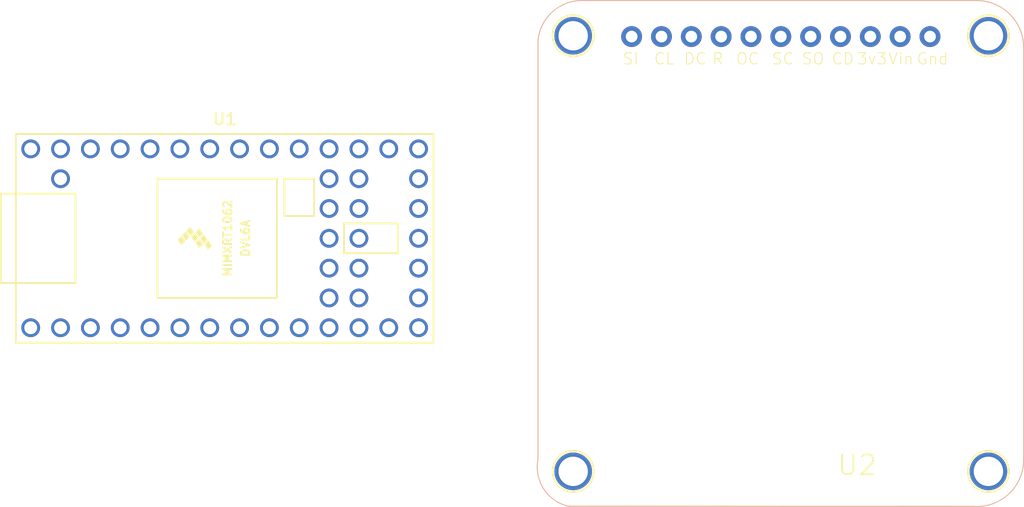
<source format=kicad_pcb>
(kicad_pcb (version 20200614) (host pcbnew "5.99.0-unknown-0dd34d1~88~ubuntu18.04.1")

  (general
    (thickness 1.6)
    (drawings 0)
    (tracks 0)
    (modules 2)
    (nets 54)
  )

  (paper "A4")
  (layers
    (0 "F.Cu" signal)
    (31 "B.Cu" signal)
    (32 "B.Adhes" user)
    (33 "F.Adhes" user)
    (34 "B.Paste" user)
    (35 "F.Paste" user)
    (36 "B.SilkS" user)
    (37 "F.SilkS" user)
    (38 "B.Mask" user)
    (39 "F.Mask" user)
    (40 "Dwgs.User" user)
    (41 "Cmts.User" user)
    (42 "Eco1.User" user)
    (43 "Eco2.User" user)
    (44 "Edge.Cuts" user)
    (45 "Margin" user)
    (46 "B.CrtYd" user)
    (47 "F.CrtYd" user)
    (48 "B.Fab" user)
    (49 "F.Fab" user)
  )

  (setup
    (last_trace_width 0.25)
    (trace_clearance 0.2)
    (zone_clearance 0.508)
    (zone_45_only no)
    (trace_min 0.2)
    (clearance_min 0)
    (via_min_annulus 0.05)
    (via_min_size 0.4)
    (through_hole_min 0.3)
    (hole_to_hole_min 0.25)
    (via_size 0.8)
    (via_drill 0.4)
    (uvia_size 0.3)
    (uvia_drill 0.1)
    (uvias_allowed no)
    (uvia_min_size 0.2)
    (uvia_min_drill 0.1)
    (max_error 0.005)
    (defaults
      (edge_clearance 0.01)
      (edge_cuts_line_width 0.05)
      (courtyard_line_width 0.05)
      (copper_line_width 0.2)
      (copper_text_dims (size 1.5 1.5) (thickness 0.3))
      (silk_line_width 0.12)
      (silk_text_dims (size 1 1) (thickness 0.15))
      (fab_layers_line_width 0.1)
      (fab_layers_text_dims (size 1 1) (thickness 0.15))
      (other_layers_line_width 0.1)
      (other_layers_text_dims (size 1 1) (thickness 0.15))
      (dimension_units 0)
      (dimension_precision 1)
    )
    (pad_size 1.524 1.524)
    (pad_drill 0.762)
    (pad_to_mask_clearance 0)
    (aux_axis_origin 0 0)
    (visible_elements FFFFFF7F)
    (pcbplotparams
      (layerselection 0x010fc_ffffffff)
      (usegerberextensions false)
      (usegerberattributes true)
      (usegerberadvancedattributes true)
      (creategerberjobfile true)
      (svguseinch false)
      (svgprecision 6)
      (excludeedgelayer true)
      (linewidth 0.100000)
      (plotframeref false)
      (viasonmask false)
      (mode 1)
      (useauxorigin false)
      (hpglpennumber 1)
      (hpglpenspeed 20)
      (hpglpendiameter 15.000000)
      (psnegative false)
      (psa4output false)
      (plotreference true)
      (plotvalue true)
      (plotinvisibletext false)
      (sketchpadsonfab false)
      (subtractmaskfromsilk false)
      (outputformat 1)
      (mirror false)
      (drillshape 1)
      (scaleselection 1)
      (outputdirectory "")
    )
  )

  (net 0 "")
  (net 1 "Net-(U1-Pad44)")
  (net 2 "Net-(U1-Pad43)")
  (net 3 "Net-(U1-Pad42)")
  (net 4 "Net-(U1-Pad41)")
  (net 5 "Net-(U1-Pad40)")
  (net 6 "Net-(U1-Pad39)")
  (net 7 "Net-(U1-Pad38)")
  (net 8 "Net-(U1-Pad37)")
  (net 9 "Net-(U1-Pad36)")
  (net 10 "Net-(U1-Pad35)")
  (net 11 "Net-(U1-Pad1)")
  (net 12 "Net-(U1-Pad2)")
  (net 13 "Net-(U1-Pad3)")
  (net 14 "Net-(U1-Pad4)")
  (net 15 "Net-(U1-Pad5)")
  (net 16 "Net-(U1-Pad6)")
  (net 17 "Net-(U1-Pad7)")
  (net 18 "Net-(U1-Pad8)")
  (net 19 "Net-(U1-Pad9)")
  (net 20 "Net-(U1-Pad10)")
  (net 21 "Net-(U1-Pad11)")
  (net 22 "Net-(U1-Pad12)")
  (net 23 "Net-(U1-Pad13)")
  (net 24 "Net-(U1-Pad34)")
  (net 25 "Net-(U1-Pad33)")
  (net 26 "Net-(U1-Pad32)")
  (net 27 "Net-(U1-Pad31)")
  (net 28 "Net-(U1-Pad30)")
  (net 29 "Net-(U1-Pad29)")
  (net 30 "Net-(U1-Pad28)")
  (net 31 "Net-(U1-Pad27)")
  (net 32 "Net-(U1-Pad26)")
  (net 33 "Net-(U1-Pad25)")
  (net 34 "Net-(U1-Pad24)")
  (net 35 "Net-(U1-Pad23)")
  (net 36 "Net-(U1-Pad22)")
  (net 37 "Net-(U1-Pad21)")
  (net 38 "Net-(U1-Pad14)")
  (net 39 "Net-(U1-Pad15)")
  (net 40 "Net-(U1-Pad16)")
  (net 41 "Net-(U1-Pad20)")
  (net 42 "Net-(U1-Pad19)")
  (net 43 "Net-(U1-Pad18)")
  (net 44 "Net-(U1-Pad17)")
  (net 45 "Net-(U2-PadJP1$1)")
  (net 46 "Net-(U2-PadJP1$2)")
  (net 47 "Net-(U2-PadJP1$3)")
  (net 48 "Net-(U2-PadJP1$4)")
  (net 49 "Net-(U2-PadJP1$5)")
  (net 50 "Net-(U2-PadJP1$6)")
  (net 51 "Net-(U2-PadJP1$9)")
  (net 52 "Net-(U2-PadJP1$10)")
  (net 53 "Net-(U2-PadJP1$11)")

  (net_class "Default" "This is the default net class."
    (clearance 0.2)
    (trace_width 0.25)
    (via_dia 0.8)
    (via_drill 0.4)
    (uvia_dia 0.3)
    (uvia_drill 0.1)
    (add_net "Net-(U1-Pad1)")
    (add_net "Net-(U1-Pad10)")
    (add_net "Net-(U1-Pad11)")
    (add_net "Net-(U1-Pad12)")
    (add_net "Net-(U1-Pad13)")
    (add_net "Net-(U1-Pad14)")
    (add_net "Net-(U1-Pad15)")
    (add_net "Net-(U1-Pad16)")
    (add_net "Net-(U1-Pad17)")
    (add_net "Net-(U1-Pad18)")
    (add_net "Net-(U1-Pad19)")
    (add_net "Net-(U1-Pad2)")
    (add_net "Net-(U1-Pad20)")
    (add_net "Net-(U1-Pad21)")
    (add_net "Net-(U1-Pad22)")
    (add_net "Net-(U1-Pad23)")
    (add_net "Net-(U1-Pad24)")
    (add_net "Net-(U1-Pad25)")
    (add_net "Net-(U1-Pad26)")
    (add_net "Net-(U1-Pad27)")
    (add_net "Net-(U1-Pad28)")
    (add_net "Net-(U1-Pad29)")
    (add_net "Net-(U1-Pad3)")
    (add_net "Net-(U1-Pad30)")
    (add_net "Net-(U1-Pad31)")
    (add_net "Net-(U1-Pad32)")
    (add_net "Net-(U1-Pad33)")
    (add_net "Net-(U1-Pad34)")
    (add_net "Net-(U1-Pad35)")
    (add_net "Net-(U1-Pad36)")
    (add_net "Net-(U1-Pad37)")
    (add_net "Net-(U1-Pad38)")
    (add_net "Net-(U1-Pad39)")
    (add_net "Net-(U1-Pad4)")
    (add_net "Net-(U1-Pad40)")
    (add_net "Net-(U1-Pad41)")
    (add_net "Net-(U1-Pad42)")
    (add_net "Net-(U1-Pad43)")
    (add_net "Net-(U1-Pad44)")
    (add_net "Net-(U1-Pad5)")
    (add_net "Net-(U1-Pad6)")
    (add_net "Net-(U1-Pad7)")
    (add_net "Net-(U1-Pad8)")
    (add_net "Net-(U1-Pad9)")
    (add_net "Net-(U2-PadJP1$1)")
    (add_net "Net-(U2-PadJP1$10)")
    (add_net "Net-(U2-PadJP1$11)")
    (add_net "Net-(U2-PadJP1$2)")
    (add_net "Net-(U2-PadJP1$3)")
    (add_net "Net-(U2-PadJP1$4)")
    (add_net "Net-(U2-PadJP1$5)")
    (add_net "Net-(U2-PadJP1$6)")
    (add_net "Net-(U2-PadJP1$9)")
  )

  (module "DWP2020 prototype:SSD1351_128X128_LCD" (layer "F.Cu") (tedit 0) (tstamp cdfc9b4a-8d53-43ff-a603-ccf03989ce57)
    (at 1008.38 35.56)
    (path "/c2fe866b-0538-436e-a065-5c65dd070b82")
    (fp_text reference "U2" (at 6.35 20.32) (layer "F.SilkS")
      (effects (font (size 1.6891 1.6891) (thickness 0.135128)) (justify left bottom))
    )
    (fp_text value "SSD1351_128X128" (at 0 0) (layer "F.SilkS") hide
      (effects (font (size 1.27 1.27) (thickness 0.15)))
    )
    (fp_line (start -19.05 18.860009) (end -19.05 -16.760012) (layer "F.SilkS") (width 0.080009))
    (fp_arc (start -15.299988 -16.509991) (end -15.050009 -20.260006) (angle -89.999384) (layer "F.SilkS") (width 0.080009))
    (fp_line (start -15.050009 -20.260006) (end 18.299987 -20.260006) (layer "F.SilkS") (width 0.080009))
    (fp_arc (start 18.300013 -16.260013) (end 22.300006 -16.259987) (angle -90.000766) (layer "F.SilkS") (width 0.080009))
    (fp_line (start 22.300006 -16.259987) (end 22.300006 18.860009) (layer "F.SilkS") (width 0.080009))
    (fp_arc (start 18.300013 18.860007) (end 18.299987 22.86) (angle -90.000363) (layer "F.SilkS") (width 0.080009))
    (fp_arc (start -15.685007 19.495007) (end -19.05 18.860009) (angle -89.999961) (layer "F.SilkS") (width 0.080009))
    (fp_line (start 18.365337 22.8664) (end -16.257765 22.82925) (layer "F.SilkS") (width 0.080009))
    (fp_line (start -19.05 18.860009) (end -19.05 -16.760012) (layer "B.SilkS") (width 0.080009))
    (fp_arc (start -15.299988 -16.509991) (end -15.050009 -20.260006) (angle -89.999384) (layer "B.SilkS") (width 0.080009))
    (fp_line (start -15.050009 -20.260006) (end 18.299987 -20.260006) (layer "B.SilkS") (width 0.080009))
    (fp_arc (start 18.300013 -16.260013) (end 22.300006 -16.259987) (angle -90.000766) (layer "B.SilkS") (width 0.080009))
    (fp_line (start 22.300006 -16.259987) (end 22.300006 18.860009) (layer "B.SilkS") (width 0.080009))
    (fp_arc (start 18.300013 18.860007) (end 18.299987 22.86) (angle -90.000363) (layer "B.SilkS") (width 0.080009))
    (fp_arc (start -15.685007 19.495007) (end -19.05 18.860009) (angle -89.999961) (layer "B.SilkS") (width 0.080009))
    (fp_line (start 18.206468 22.834625) (end -16.447431 22.829253) (layer "B.SilkS") (width 0.080009))
    (fp_text user "Gnd" (at 13.129006 -14.732) (layer "F.SilkS")
      (effects (font (size 0.9652 0.9652) (thickness 0.08128)) (justify left bottom))
    )
    (fp_text user "Vin" (at 10.716006 -14.732) (layer "F.SilkS")
      (effects (font (size 0.9652 0.9652) (thickness 0.08128)) (justify left bottom))
    )
    (fp_text user "3v3" (at 8.049006 -14.732) (layer "F.SilkS")
      (effects (font (size 0.9652 0.9652) (thickness 0.08128)) (justify left bottom))
    )
    (fp_text user "CD" (at 5.890006 -14.732) (layer "F.SilkS")
      (effects (font (size 0.9652 0.9652) (thickness 0.08128)) (justify left bottom))
    )
    (fp_text user "SO" (at 3.350006 -14.732) (layer "F.SilkS")
      (effects (font (size 0.9652 0.9652) (thickness 0.08128)) (justify left bottom))
    )
    (fp_text user "DC" (at -6.682993 -14.732) (layer "F.SilkS")
      (effects (font (size 0.9652 0.9652) (thickness 0.08128)) (justify left bottom))
    )
    (fp_text user "OC" (at -2.237993 -14.732) (layer "F.SilkS")
      (effects (font (size 0.9652 0.9652) (thickness 0.08128)) (justify left bottom))
    )
    (fp_text user "R" (at -4.269993 -14.732) (layer "F.SilkS")
      (effects (font (size 0.9652 0.9652) (thickness 0.08128)) (justify left bottom))
    )
    (fp_text user "SC" (at 0.810006 -14.732) (layer "F.SilkS")
      (effects (font (size 0.9652 0.9652) (thickness 0.08128)) (justify left bottom))
    )
    (fp_poly (pts (xy 11.531 -16.936) (xy 12.039 -16.936) (xy 12.039 -17.444) (xy 11.531 -17.444)) (layer "F.Fab") (width 0))
    (fp_poly (pts (xy 8.991 -16.936) (xy 9.499 -16.936) (xy 9.499 -17.444) (xy 8.991 -17.444)) (layer "F.Fab") (width 0))
    (fp_poly (pts (xy 6.451 -16.936) (xy 6.959 -16.936) (xy 6.959 -17.444) (xy 6.451 -17.444)) (layer "F.Fab") (width 0))
    (fp_poly (pts (xy 3.911 -16.936) (xy 4.419 -16.936) (xy 4.419 -17.444) (xy 3.911 -17.444)) (layer "F.Fab") (width 0))
    (fp_poly (pts (xy 1.371 -16.936) (xy 1.879 -16.936) (xy 1.879 -17.444) (xy 1.371 -17.444)) (layer "F.Fab") (width 0))
    (fp_poly (pts (xy -1.169 -16.936) (xy -0.661 -16.936) (xy -0.661 -17.444) (xy -1.169 -17.444)) (layer "F.Fab") (width 0))
    (fp_poly (pts (xy -3.709 -16.936) (xy -3.201 -16.936) (xy -3.201 -17.444) (xy -3.709 -17.444)) (layer "F.Fab") (width 0))
    (fp_poly (pts (xy 14.071 -16.936) (xy 14.579 -16.936) (xy 14.579 -17.444) (xy 14.071 -17.444)) (layer "F.Fab") (width 0))
    (fp_circle (center 19.3 -17.26) (end 21.05 -17.26) (layer "F.SilkS") (width 0.1524))
    (fp_circle (center 19.3 -17.26) (end 20.3 -17.26) (layer "F.CrtYd") (width 2.032))
    (fp_circle (center 19.3 -17.26) (end 20.3 -17.26) (layer "B.CrtYd") (width 2.032))
    (fp_circle (center -16.05 19.86) (end -14.3 19.86) (layer "F.SilkS") (width 0.1524))
    (fp_circle (center -16.05 19.86) (end -15.05 19.86) (layer "F.CrtYd") (width 2.032))
    (fp_circle (center -16.05 19.86) (end -15.05 19.86) (layer "B.CrtYd") (width 2.032))
    (fp_circle (center 19.3 19.86) (end 21.05 19.86) (layer "F.SilkS") (width 0.1524))
    (fp_circle (center 19.3 19.86) (end 20.3 19.86) (layer "F.CrtYd") (width 2.032))
    (fp_circle (center 19.3 19.86) (end 20.3 19.86) (layer "B.CrtYd") (width 2.032))
    (fp_circle (center -16.05 -17.26) (end -14.3 -17.26) (layer "F.SilkS") (width 0.1524))
    (fp_circle (center -16.05 -17.26) (end -15.05 -17.26) (layer "F.CrtYd") (width 2.032))
    (fp_circle (center -16.05 -17.26) (end -15.05 -17.26) (layer "B.CrtYd") (width 2.032))
    (fp_text user "SI" (at -11.889993 -14.732) (layer "F.SilkS")
      (effects (font (size 0.9652 0.9652) (thickness 0.08128)) (justify left bottom))
    )
    (fp_poly (pts (xy -6.249 -16.936) (xy -5.741 -16.936) (xy -5.741 -17.444) (xy -6.249 -17.444)) (layer "F.Fab") (width 0))
    (fp_poly (pts (xy -8.789 -16.936) (xy -8.281 -16.936) (xy -8.281 -17.444) (xy -8.789 -17.444)) (layer "F.Fab") (width 0))
    (fp_poly (pts (xy -11.329 -16.936) (xy -10.821 -16.936) (xy -10.821 -17.444) (xy -11.329 -17.444)) (layer "F.Fab") (width 0))
    (fp_text user "CL" (at -9.222993 -14.732) (layer "F.SilkS")
      (effects (font (size 0.9652 0.9652) (thickness 0.08128)) (justify left bottom))
    )
    (pad "JP1$1" thru_hole circle (at -3.455009 -17.190009 90) (size 1.778 1.778) (drill 1) (layers *.Cu *.Mask)
      (net 45 "Net-(U2-PadJP1$1)") (pinfunction "RST") (solder_mask_margin 0.1016) (tstamp ec75275a-9617-40c7-810b-5a4f8bcbe3d8))
    (pad "JP1$2" thru_hole circle (at -0.915009 -17.190009 90) (size 1.778 1.778) (drill 1) (layers *.Cu *.Mask)
      (net 46 "Net-(U2-PadJP1$2)") (pinfunction "OC") (solder_mask_margin 0.1016) (tstamp 5426ee50-7626-4640-87a0-5c0160d72e9e))
    (pad "JP1$3" thru_hole circle (at 1.62499 -17.190009 90) (size 1.778 1.778) (drill 1) (layers *.Cu *.Mask)
      (net 47 "Net-(U2-PadJP1$3)") (pinfunction "SC") (solder_mask_margin 0.1016) (tstamp 3e663628-8a0d-4905-98e6-1852e7d0b5bb))
    (pad "JP1$4" thru_hole circle (at 4.16499 -17.190009 90) (size 1.778 1.778) (drill 1) (layers *.Cu *.Mask)
      (net 48 "Net-(U2-PadJP1$4)") (pinfunction "SO") (solder_mask_margin 0.1016) (tstamp 3e65a1cb-d1d9-48e8-805b-8f907265a9d3))
    (pad "JP1$5" thru_hole circle (at 6.70499 -17.190009 90) (size 1.778 1.778) (drill 1) (layers *.Cu *.Mask)
      (net 49 "Net-(U2-PadJP1$5)") (pinfunction "CD") (solder_mask_margin 0.1016) (tstamp f73e2873-10d4-4a20-ad9c-6cfded4bee40))
    (pad "JP1$6" thru_hole circle (at 9.24499 -17.190009 90) (size 1.778 1.778) (drill 1) (layers *.Cu *.Mask)
      (net 50 "Net-(U2-PadJP1$6)") (pinfunction "3.3V") (solder_mask_margin 0.1016) (tstamp 426263e1-fdf9-40ff-bb3d-081ee2506b6b))
    (pad "JP1$7" thru_hole circle (at 11.78499 -17.190009 90) (size 1.778 1.778) (drill 1) (layers *.Cu *.Mask)
      (net 25 "Net-(U1-Pad33)") (pinfunction "VDD") (solder_mask_margin 0.1016) (tstamp dfecb0cd-8f87-406f-9ab4-59cac6fb7c7f))
    (pad "JP1$8" thru_hole circle (at 14.32499 -17.190009 90) (size 1.778 1.778) (drill 1) (layers *.Cu *.Mask)
      (net 11 "Net-(U1-Pad1)") (pinfunction "GND") (solder_mask_margin 0.1016) (tstamp 5d0d1f9c-0817-4c0a-8820-96b1a659e797))
    (pad "U$23$P$1" thru_hole circle (at 19.300012 -17.260012) (size 3.2 3.2) (drill 2.5) (layers *.Cu *.Mask)
      (solder_mask_margin 0.1016) (tstamp 4b6d7bb5-b8bb-4325-89ed-c6dd18dc9ae8))
    (pad "U$24$P$1" thru_hole circle (at -16.050006 19.860006) (size 3.2 3.2) (drill 2.5) (layers *.Cu *.Mask)
      (solder_mask_margin 0.1016) (tstamp b2b0cb78-6571-4030-90db-2b35ad5db6dc))
    (pad "U$25$P$1" thru_hole circle (at 19.300012 19.860006) (size 3.2 3.2) (drill 2.5) (layers *.Cu *.Mask)
      (solder_mask_margin 0.1016) (tstamp c585a236-bb4d-4736-98c0-c85a10664390))
    (pad "U$26$P$1" thru_hole circle (at -16.050006 -17.260012) (size 3.2 3.2) (drill 2.5) (layers *.Cu *.Mask)
      (solder_mask_margin 0.1016) (tstamp 2d156834-a748-4a33-8aed-71ab6ea4b57f))
    (pad "JP1$9" thru_hole circle (at -11.075009 -17.190009 90) (size 1.778 1.778) (drill 1) (layers *.Cu *.Mask)
      (net 51 "Net-(U2-PadJP1$9)") (pinfunction "SI") (solder_mask_margin 0.1016) (tstamp ecfbe8d8-410c-4cdd-9ad4-574117594471))
    (pad "JP1$10" thru_hole circle (at -8.535009 -17.190009 90) (size 1.778 1.778) (drill 1) (layers *.Cu *.Mask)
      (net 52 "Net-(U2-PadJP1$10)") (pinfunction "CL") (solder_mask_margin 0.1016) (tstamp 165f0541-a537-481f-990a-f2cb8889ea5f))
    (pad "JP1$11" thru_hole circle (at -5.995009 -17.190009 90) (size 1.778 1.778) (drill 1) (layers *.Cu *.Mask)
      (net 53 "Net-(U2-PadJP1$11)") (pinfunction "DC") (solder_mask_margin 0.1016) (tstamp f2ffee76-3d1c-4e5e-8457-f3a1e731f55b))
  )

  (module "Teensy:Teensy40" (layer "F.Cu") (tedit 5E188217) (tstamp 8162b6c0-64fd-40a0-9567-fa49f4a1b1c0)
    (at 962.66 35.56)
    (path "/6616c3fb-93b5-47a8-bfa7-91ec7bef9974")
    (fp_text reference "U1" (at 0 -10.16) (layer "F.SilkS")
      (effects (font (size 1 1) (thickness 0.15)))
    )
    (fp_text value "Teensy4.0" (at 0 10.16) (layer "F.Fab")
      (effects (font (size 1 1) (thickness 0.15)))
    )
    (fp_text user "DVL6A" (at 1.778 0 90) (layer "F.SilkS")
      (effects (font (size 0.7 0.7) (thickness 0.15)))
    )
    (fp_poly (pts (xy -3.937 0.127) (xy -3.683 -0.127) (xy -3.429 0.254) (xy -3.683 0.508)) (layer "F.SilkS") (width 0.1))
    (fp_poly (pts (xy -3.556 -0.254) (xy -3.302 -0.508) (xy -3.048 -0.127) (xy -3.302 0.127)) (layer "F.SilkS") (width 0.1))
    (fp_poly (pts (xy -1.651 0.508) (xy -1.397 0.254) (xy -1.143 0.635) (xy -1.397 0.889)) (layer "F.SilkS") (width 0.1))
    (fp_poly (pts (xy -2.032 0) (xy -1.778 -0.254) (xy -1.524 0.127) (xy -1.778 0.381)) (layer "F.SilkS") (width 0.1))
    (fp_poly (pts (xy -2.413 -0.508) (xy -2.159 -0.762) (xy -1.905 -0.381) (xy -2.159 -0.127)) (layer "F.SilkS") (width 0.1))
    (fp_poly (pts (xy -2.413 0.381) (xy -2.159 0.127) (xy -1.905 0.508) (xy -2.159 0.762)) (layer "F.SilkS") (width 0.1))
    (fp_poly (pts (xy -2.794 -0.127) (xy -2.54 -0.381) (xy -2.286 0) (xy -2.54 0.254)) (layer "F.SilkS") (width 0.1))
    (fp_poly (pts (xy -3.175 -0.635) (xy -2.921 -0.889) (xy -2.667 -0.508) (xy -2.921 -0.254)) (layer "F.SilkS") (width 0.1))
    (fp_text user "MIMXRT1062" (at 0.254 0 90) (layer "F.SilkS")
      (effects (font (size 0.7 0.7) (thickness 0.15)))
    )
    (fp_line (start 5.08 -1.905) (end 5.08 -5.08) (layer "F.SilkS") (width 0.15))
    (fp_line (start 7.62 -1.905) (end 5.08 -1.905) (layer "F.SilkS") (width 0.15))
    (fp_line (start 7.62 -5.08) (end 7.62 -1.905) (layer "F.SilkS") (width 0.15))
    (fp_line (start 5.08 -5.08) (end 7.62 -5.08) (layer "F.SilkS") (width 0.15))
    (fp_line (start -17.78 8.89) (end -17.78 -8.89) (layer "F.SilkS") (width 0.15))
    (fp_line (start 17.78 8.89) (end -17.78 8.89) (layer "F.SilkS") (width 0.15))
    (fp_line (start 17.78 -8.89) (end 17.78 8.89) (layer "F.SilkS") (width 0.15))
    (fp_line (start -17.78 -8.89) (end 17.78 -8.89) (layer "F.SilkS") (width 0.15))
    (fp_line (start 4.445 5.08) (end -5.715 5.08) (layer "F.SilkS") (width 0.15))
    (fp_line (start 4.445 -5.08) (end -5.715 -5.08) (layer "F.SilkS") (width 0.15))
    (fp_line (start -5.715 -5.08) (end -5.715 5.08) (layer "F.SilkS") (width 0.15))
    (fp_line (start 4.445 5.08) (end 4.445 -5.08) (layer "F.SilkS") (width 0.15))
    (fp_line (start 10.16 -1.27) (end 14.732 -1.27) (layer "F.SilkS") (width 0.15))
    (fp_line (start 10.16 1.27) (end 10.16 -1.27) (layer "F.SilkS") (width 0.15))
    (fp_line (start 14.732 1.27) (end 10.16 1.27) (layer "F.SilkS") (width 0.15))
    (fp_line (start 14.732 -1.27) (end 14.732 1.27) (layer "F.SilkS") (width 0.15))
    (fp_line (start -12.7 3.81) (end -17.78 3.81) (layer "F.SilkS") (width 0.15))
    (fp_line (start -12.7 -3.81) (end -17.78 -3.81) (layer "F.SilkS") (width 0.15))
    (fp_line (start -12.7 3.81) (end -12.7 -3.81) (layer "F.SilkS") (width 0.15))
    (fp_line (start -19.05 -3.81) (end -17.78 -3.81) (layer "F.SilkS") (width 0.15))
    (fp_line (start -19.05 3.81) (end -19.05 -3.81) (layer "F.SilkS") (width 0.15))
    (fp_line (start -17.78 3.81) (end -19.05 3.81) (layer "F.SilkS") (width 0.15))
    (pad "44" thru_hole circle (at 8.89 5.08) (size 1.6 1.6) (drill 1.1) (layers *.Cu *.Mask)
      (net 1 "Net-(U1-Pad44)") (pinfunction "33_MCLK2") (tstamp a99ae952-bfef-408e-ad50-d1291c3c0ccf))
    (pad "43" thru_hole circle (at 11.43 5.08) (size 1.6 1.6) (drill 1.1) (layers *.Cu *.Mask)
      (net 2 "Net-(U1-Pad43)") (pinfunction "32_OUT1B") (tstamp 453513b4-b9f9-468b-8daf-51ce9c179f19))
    (pad "42" thru_hole circle (at 8.89 2.54) (size 1.6 1.6) (drill 1.1) (layers *.Cu *.Mask)
      (net 3 "Net-(U1-Pad42)") (pinfunction "31_CTX3") (tstamp 7234a149-493b-4af4-a8ac-cabebbeca28e))
    (pad "41" thru_hole circle (at 11.43 2.54) (size 1.6 1.6) (drill 1.1) (layers *.Cu *.Mask)
      (net 4 "Net-(U1-Pad41)") (pinfunction "30_CRX3") (tstamp b77f6199-af52-4abb-8758-fea14b02ce46))
    (pad "40" thru_hole circle (at 8.89 0) (size 1.6 1.6) (drill 1.1) (layers *.Cu *.Mask)
      (net 5 "Net-(U1-Pad40)") (pinfunction "29_TX7") (tstamp 6d508865-314c-47a9-9e84-943a917d966e))
    (pad "39" thru_hole circle (at 11.43 0) (size 1.6 1.6) (drill 1.1) (layers *.Cu *.Mask)
      (net 6 "Net-(U1-Pad39)") (pinfunction "28_RX7") (tstamp abda273f-a56a-4c80-9ee7-f86a04639e4f))
    (pad "38" thru_hole circle (at 8.89 -2.54) (size 1.6 1.6) (drill 1.1) (layers *.Cu *.Mask)
      (net 7 "Net-(U1-Pad38)") (pinfunction "27_A13_SCK1") (tstamp 87764d89-da29-4328-adfb-1d096ed32195))
    (pad "37" thru_hole circle (at 11.43 -2.54) (size 1.6 1.6) (drill 1.1) (layers *.Cu *.Mask)
      (net 8 "Net-(U1-Pad37)") (pinfunction "26_A12_MOSI1") (tstamp d1068ab9-7c33-48ca-8210-dce8b23c0303))
    (pad "36" thru_hole circle (at 8.89 -5.08) (size 1.6 1.6) (drill 1.1) (layers *.Cu *.Mask)
      (net 9 "Net-(U1-Pad36)") (pinfunction "25_A11_RX6_SDA2") (tstamp 024ccecd-b3d3-437c-80c5-7151d0a31b0b))
    (pad "35" thru_hole circle (at 11.43 -5.08) (size 1.6 1.6) (drill 1.1) (layers *.Cu *.Mask)
      (net 10 "Net-(U1-Pad35)") (pinfunction "24_A10_TX6_SCL2") (tstamp 249934c8-2e72-4e64-bb23-dfb5ee91bc4d))
    (pad "1" thru_hole circle (at -16.51 7.62) (size 1.6 1.6) (drill 1.1) (layers *.Cu *.Mask)
      (net 11 "Net-(U1-Pad1)") (pinfunction "GND") (tstamp 3ecae774-82e2-4f24-a46b-14391433d4c2))
    (pad "2" thru_hole circle (at -13.97 7.62) (size 1.6 1.6) (drill 1.1) (layers *.Cu *.Mask)
      (net 12 "Net-(U1-Pad2)") (pinfunction "0_RX1_CRX2_CS1") (tstamp 0d0badd0-fa41-44ef-8081-22ca1bceaf50))
    (pad "3" thru_hole circle (at -11.43 7.62) (size 1.6 1.6) (drill 1.1) (layers *.Cu *.Mask)
      (net 13 "Net-(U1-Pad3)") (pinfunction "1_TX1_CTX2_MISO1") (tstamp 9cf4be62-b22d-44e7-a179-f7c51f3d5a9a))
    (pad "4" thru_hole circle (at -8.89 7.62) (size 1.6 1.6) (drill 1.1) (layers *.Cu *.Mask)
      (net 14 "Net-(U1-Pad4)") (pinfunction "2_OUT2") (tstamp 52d25421-e190-44c5-97be-8778d671b937))
    (pad "5" thru_hole circle (at -6.35 7.62) (size 1.6 1.6) (drill 1.1) (layers *.Cu *.Mask)
      (net 15 "Net-(U1-Pad5)") (pinfunction "3_LRCLK2") (tstamp 4acaaabd-a2ed-4461-9d15-8ca270c88e6b))
    (pad "6" thru_hole circle (at -3.81 7.62) (size 1.6 1.6) (drill 1.1) (layers *.Cu *.Mask)
      (net 16 "Net-(U1-Pad6)") (pinfunction "4_BCLK2") (tstamp 6e2557d1-2847-4744-93ab-9530d4b2bd22))
    (pad "7" thru_hole circle (at -1.27 7.62) (size 1.6 1.6) (drill 1.1) (layers *.Cu *.Mask)
      (net 17 "Net-(U1-Pad7)") (pinfunction "5_IN2") (tstamp 9df6e5e4-7e11-4779-924a-b65127670fb6))
    (pad "8" thru_hole circle (at 1.27 7.62) (size 1.6 1.6) (drill 1.1) (layers *.Cu *.Mask)
      (net 18 "Net-(U1-Pad8)") (pinfunction "6_OUT1D") (tstamp 98dd86d4-5d9b-4c14-9ebd-2d2bbb1a3ef9))
    (pad "9" thru_hole circle (at 3.81 7.62) (size 1.6 1.6) (drill 1.1) (layers *.Cu *.Mask)
      (net 19 "Net-(U1-Pad9)") (pinfunction "7_RX2_OUT1A") (tstamp 5c02e3fd-2702-487a-a5b5-ff74836ca2dc))
    (pad "10" thru_hole circle (at 6.35 7.62) (size 1.6 1.6) (drill 1.1) (layers *.Cu *.Mask)
      (net 20 "Net-(U1-Pad10)") (pinfunction "8_TX2_IN1") (tstamp ab51cef7-5df2-4ec4-9f33-1ee2563e8089))
    (pad "11" thru_hole circle (at 8.89 7.62) (size 1.6 1.6) (drill 1.1) (layers *.Cu *.Mask)
      (net 21 "Net-(U1-Pad11)") (pinfunction "9_OUT1C") (tstamp 5bfac873-e874-4137-802c-8221d0f4b1d7))
    (pad "12" thru_hole circle (at 11.43 7.62) (size 1.6 1.6) (drill 1.1) (layers *.Cu *.Mask)
      (net 22 "Net-(U1-Pad12)") (pinfunction "10_CS_MQSR") (tstamp e0dff5fc-1d16-4767-9f4b-e714f6c686f4))
    (pad "13" thru_hole circle (at 13.97 7.62) (size 1.6 1.6) (drill 1.1) (layers *.Cu *.Mask)
      (net 23 "Net-(U1-Pad13)") (pinfunction "11_MOSI_CTX1") (tstamp 525ef057-33a3-4d88-97a1-86d866126ed3))
    (pad "34" thru_hole circle (at -13.97 -5.08) (size 1.6 1.6) (drill 1.1) (layers *.Cu *.Mask)
      (net 24 "Net-(U1-Pad34)") (pinfunction "VUSB") (tstamp 3f870f74-9aad-4123-a647-1916552814d5))
    (pad "33" thru_hole circle (at -16.51 -7.62) (size 1.6 1.6) (drill 1.1) (layers *.Cu *.Mask)
      (net 25 "Net-(U1-Pad33)") (pinfunction "VIN") (tstamp c26796d5-671d-4d4e-9964-b9360759a920))
    (pad "32" thru_hole circle (at -13.97 -7.62) (size 1.6 1.6) (drill 1.1) (layers *.Cu *.Mask)
      (net 26 "Net-(U1-Pad32)") (pinfunction "GND") (tstamp 8dafdd1d-dc83-4c2f-b1b8-5494bdeb76f5))
    (pad "31" thru_hole circle (at -11.43 -7.62) (size 1.6 1.6) (drill 1.1) (layers *.Cu *.Mask)
      (net 27 "Net-(U1-Pad31)") (pinfunction "3V3") (tstamp 2be97dbb-f1da-44bc-a1df-55e46156c224))
    (pad "30" thru_hole circle (at -8.89 -7.62) (size 1.6 1.6) (drill 1.1) (layers *.Cu *.Mask)
      (net 28 "Net-(U1-Pad30)") (pinfunction "23_A9_CRX1_MCLK1") (tstamp df0d79c8-1434-4124-8a80-bf48d8241021))
    (pad "29" thru_hole circle (at -6.35 -7.62) (size 1.6 1.6) (drill 1.1) (layers *.Cu *.Mask)
      (net 29 "Net-(U1-Pad29)") (pinfunction "22_A8_CTX1") (tstamp 7e031717-709d-45b2-85cd-2168d9ff2717))
    (pad "28" thru_hole circle (at -3.81 -7.62) (size 1.6 1.6) (drill 1.1) (layers *.Cu *.Mask)
      (net 30 "Net-(U1-Pad28)") (pinfunction "21_A7_RX5_BCLK1") (tstamp c202dcb6-8153-4e62-abfc-cee2ee098be3))
    (pad "27" thru_hole circle (at -1.27 -7.62) (size 1.6 1.6) (drill 1.1) (layers *.Cu *.Mask)
      (net 31 "Net-(U1-Pad27)") (pinfunction "20_A6_TX5_LRCLK1") (tstamp c9444a9e-4459-4da3-a034-91a6cef3016d))
    (pad "26" thru_hole circle (at 1.27 -7.62) (size 1.6 1.6) (drill 1.1) (layers *.Cu *.Mask)
      (net 32 "Net-(U1-Pad26)") (pinfunction "19_A5_SCL0") (tstamp c4c62597-3a82-4f31-9c39-6371166af12b))
    (pad "25" thru_hole circle (at 3.81 -7.62) (size 1.6 1.6) (drill 1.1) (layers *.Cu *.Mask)
      (net 33 "Net-(U1-Pad25)") (pinfunction "18_A4_SDA0") (tstamp 4d4ec341-da9d-471e-bf19-278770e6b4ad))
    (pad "24" thru_hole circle (at 6.35 -7.62) (size 1.6 1.6) (drill 1.1) (layers *.Cu *.Mask)
      (net 34 "Net-(U1-Pad24)") (pinfunction "17_A3_TX4_SDA1") (tstamp c4ccf106-4325-4215-8ce3-c9857c3da630))
    (pad "23" thru_hole circle (at 8.89 -7.62) (size 1.6 1.6) (drill 1.1) (layers *.Cu *.Mask)
      (net 35 "Net-(U1-Pad23)") (pinfunction "16_A2_RX4_SCL1") (tstamp 1072026c-edb3-4b75-a36c-2b3402bcedcd))
    (pad "22" thru_hole circle (at 11.43 -7.62) (size 1.6 1.6) (drill 1.1) (layers *.Cu *.Mask)
      (net 36 "Net-(U1-Pad22)") (pinfunction "15_A1_RX3_SPDIF_IN") (tstamp 290926df-4285-42b2-9444-74a0204e0f11))
    (pad "21" thru_hole circle (at 13.97 -7.62) (size 1.6 1.6) (drill 1.1) (layers *.Cu *.Mask)
      (net 37 "Net-(U1-Pad21)") (pinfunction "14_A0_TX3_SPDIF_OUT") (tstamp 3abbe5c8-05ff-464a-bf35-5619000d3ba8))
    (pad "14" thru_hole circle (at 16.51 7.62) (size 1.6 1.6) (drill 1.1) (layers *.Cu *.Mask)
      (net 38 "Net-(U1-Pad14)") (pinfunction "12_MISO_MQSL") (tstamp 01eeeaf0-ac88-4b99-908f-224d20d88c64))
    (pad "15" thru_hole circle (at 16.51 5.08) (size 1.6 1.6) (drill 1.1) (layers *.Cu *.Mask)
      (net 39 "Net-(U1-Pad15)") (pinfunction "VBAT") (tstamp eb061db5-b4db-4946-836e-9a44f8265796))
    (pad "16" thru_hole circle (at 16.51 2.54) (size 1.6 1.6) (drill 1.1) (layers *.Cu *.Mask)
      (net 40 "Net-(U1-Pad16)") (pinfunction "3V3") (tstamp 2886ac28-cbb4-407c-b162-c0726f8388ee))
    (pad "20" thru_hole circle (at 16.51 -7.62) (size 1.6 1.6) (drill 1.1) (layers *.Cu *.Mask)
      (net 41 "Net-(U1-Pad20)") (pinfunction "13_SCK_CRX1_LED") (tstamp 0bd9b4b4-a434-4be1-ad35-461c43f8c91f))
    (pad "19" thru_hole circle (at 16.51 -5.08) (size 1.6 1.6) (drill 1.1) (layers *.Cu *.Mask)
      (net 42 "Net-(U1-Pad19)") (pinfunction "ON_OFF") (tstamp b1efb0a2-9212-4a90-9d2d-007058129cc9))
    (pad "18" thru_hole circle (at 16.51 -2.54) (size 1.6 1.6) (drill 1.1) (layers *.Cu *.Mask)
      (net 43 "Net-(U1-Pad18)") (pinfunction "PROGRAM") (tstamp 1fc7866e-3d80-42d7-9b93-a89d8b5a9381))
    (pad "17" thru_hole circle (at 16.51 0) (size 1.6 1.6) (drill 1.1) (layers *.Cu *.Mask)
      (net 44 "Net-(U1-Pad17)") (pinfunction "GND") (tstamp 8f8ca751-5730-4f0f-b354-1f6fd8507ef1))
    (model "${KICAD_USER_DIR}/teensy.pretty/Teensy_4.0_Assembly.STEP"
      (offset (xyz 33 9.5 -11))
      (scale (xyz 1 1 1))
      (rotate (xyz -90 0 0))
    )
  )

)

</source>
